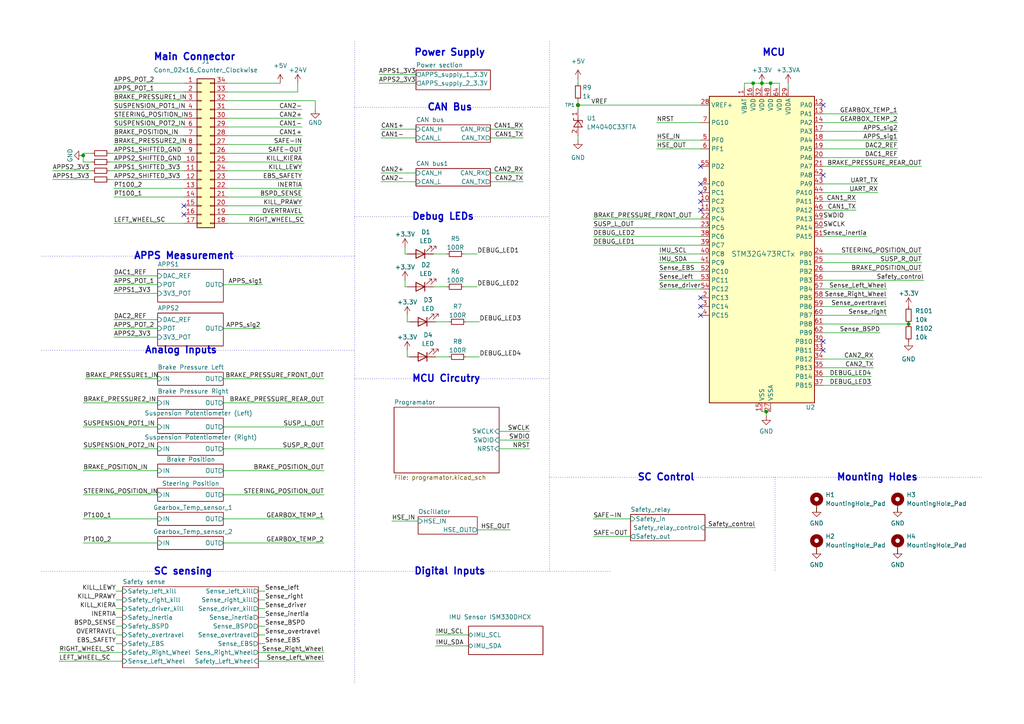
<source format=kicad_sch>
(kicad_sch (version 20231120) (generator "eeschema") (generator_version "8.0")
  (paper "A4")
  (title_block (title "Frontbox") (date "2023-03-11") (rev "${REVISION}") (company "Author: Adam Wasilewski") (comment 1 "Reviewer:"))
  (lib_symbols
    (symbol "Connector:TestPoint_Small" (pin_numbers hide) (pin_names (offset 0.762) hide)
      (property "Reference" "TP" (at 0 3.81 0))
      (property "Value" "TestPoint_Small" (at 0 2.032 0))
      (symbol "TestPoint_Small_0_1"
        (circle (center 0 0) (radius 0.508))
      )
      (symbol "TestPoint_Small_1_1"
        (pin passive line (at 0 0 90) (length 0) (name "1") (number "1"))
      )
    )
    (symbol "Connector_Generic:Conn_02x17_Counter_Clockwise" (pin_names (offset 1.016) hide)
      (property "Reference" "J" (at 1.27 22.86 0))
      (property "Value" "Conn_02x17_Counter_Clockwise" (at 1.27 -22.86 0))
      (symbol "Conn_02x17_Counter_Clockwise_1_1"
        (rectangle (start -1.27 -20.193) (end 0 -20.447) (stroke (width 0.1524)))
        (rectangle (start -1.27 -17.653) (end 0 -17.907) (stroke (width 0.1524)))
        (rectangle (start -1.27 -15.113) (end 0 -15.367) (stroke (width 0.1524)))
        (rectangle (start -1.27 -12.573) (end 0 -12.827) (stroke (width 0.1524)))
        (rectangle (start -1.27 -10.033) (end 0 -10.287) (stroke (width 0.1524)))
        (rectangle (start -1.27 -7.493) (end 0 -7.747) (stroke (width 0.1524)))
        (rectangle (start -1.27 -4.953) (end 0 -5.207) (stroke (width 0.1524)))
        (rectangle (start -1.27 -2.413) (end 0 -2.667) (stroke (width 0.1524)))
        (rectangle (start -1.27 0.127) (end 0 -0.127) (stroke (width 0.1524)))
        (rectangle (start -1.27 2.667) (end 0 2.413) (stroke (width 0.1524)))
        (rectangle (start -1.27 5.207) (end 0 4.953) (stroke (width 0.1524)))
        (rectangle (start -1.27 7.747) (end 0 7.493) (stroke (width 0.1524)))
        (rectangle (start -1.27 10.287) (end 0 10.033) (stroke (width 0.1524)))
        (rectangle (start -1.27 12.827) (end 0 12.573) (stroke (width 0.1524)))
        (rectangle (start -1.27 15.367) (end 0 15.113) (stroke (width 0.1524)))
        (rectangle (start -1.27 17.907) (end 0 17.653) (stroke (width 0.1524)))
        (rectangle (start -1.27 20.447) (end 0 20.193) (stroke (width 0.1524)))
        (rectangle (start -1.27 21.59) (end 3.81 -21.59) (stroke (width 0.254)) (fill (type background)))
        (rectangle (start 3.81 -20.193) (end 2.54 -20.447) (stroke (width 0.1524)))
        (rectangle (start 3.81 -17.653) (end 2.54 -17.907) (stroke (width 0.1524)))
        (rectangle (start 3.81 -15.113) (end 2.54 -15.367) (stroke (width 0.1524)))
        (rectangle (start 3.81 -12.573) (end 2.54 -12.827) (stroke (width 0.1524)))
        (rectangle (start 3.81 -10.033) (end 2.54 -10.287) (stroke (width 0.1524)))
        (rectangle (start 3.81 -7.493) (end 2.54 -7.747) (stroke (width 0.1524)))
        (rectangle (start 3.81 -4.953) (end 2.54 -5.207) (stroke (width 0.1524)))
        (rectangle (start 3.81 -2.413) (end 2.54 -2.667) (stroke (width 0.1524)))
        (rectangle (start 3.81 0.127) (end 2.54 -0.127) (stroke (width 0.1524)))
        (rectangle (start 3.81 2.667) (end 2.54 2.413) (stroke (width 0.1524)))
        (rectangle (start 3.81 5.207) (end 2.54 4.953) (stroke (width 0.1524)))
        (rectangle (start 3.81 7.747) (end 2.54 7.493) (stroke (width 0.1524)))
        (rectangle (start 3.81 10.287) (end 2.54 10.033) (stroke (width 0.1524)))
        (rectangle (start 3.81 12.827) (end 2.54 12.573) (stroke (width 0.1524)))
        (rectangle (start 3.81 15.367) (end 2.54 15.113) (stroke (width 0.1524)))
        (rectangle (start 3.81 17.907) (end 2.54 17.653) (stroke (width 0.1524)))
        (rectangle (start 3.81 20.447) (end 2.54 20.193) (stroke (width 0.1524)))
        (pin passive line (at -5.08 20.32 0) (length 3.81) (name "Pin_1") (number "1"))
        (pin passive line (at -5.08 -2.54 0) (length 3.81) (name "Pin_10") (number "10"))
        (pin passive line (at -5.08 -5.08 0) (length 3.81) (name "Pin_11") (number "11"))
        (pin passive line (at -5.08 -7.62 0) (length 3.81) (name "Pin_12") (number "12"))
        (pin passive line (at -5.08 -10.16 0) (length 3.81) (name "Pin_13") (number "13"))
        (pin passive line (at -5.08 -12.7 0) (length 3.81) (name "Pin_14") (number "14"))
        (pin passive line (at -5.08 -15.24 0) (length 3.81) (name "Pin_15") (number "15"))
        (pin passive line (at -5.08 -17.78 0) (length 3.81) (name "Pin_16") (number "16"))
        (pin passive line (at -5.08 -20.32 0) (length 3.81) (name "Pin_17") (number "17"))
        (pin passive line (at 7.62 -20.32 180) (length 3.81) (name "Pin_18") (number "18"))
        (pin passive line (at 7.62 -17.78 180) (length 3.81) (name "Pin_19") (number "19"))
        (pin passive line (at -5.08 17.78 0) (length 3.81) (name "Pin_2") (number "2"))
        (pin passive line (at 7.62 -15.24 180) (length 3.81) (name "Pin_20") (number "20"))
        (pin passive line (at 7.62 -12.7 180) (length 3.81) (name "Pin_21") (number "21"))
        (pin passive line (at 7.62 -10.16 180) (length 3.81) (name "Pin_22") (number "22"))
        (pin passive line (at 7.62 -7.62 180) (length 3.81) (name "Pin_23") (number "23"))
        (pin passive line (at 7.62 -5.08 180) (length 3.81) (name "Pin_24") (number "24"))
        (pin passive line (at 7.62 -2.54 180) (length 3.81) (name "Pin_25") (number "25"))
        (pin passive line (at 7.62 0 180) (length 3.81) (name "Pin_26") (number "26"))
        (pin passive line (at 7.62 2.54 180) (length 3.81) (name "Pin_27") (number "27"))
        (pin passive line (at 7.62 5.08 180) (length 3.81) (name "Pin_28") (number "28"))
        (pin passive line (at 7.62 7.62 180) (length 3.81) (name "Pin_29") (number "29"))
        (pin passive line (at -5.08 15.24 0) (length 3.81) (name "Pin_3") (number "3"))
        (pin passive line (at 7.62 10.16 180) (length 3.81) (name "Pin_30") (number "30"))
        (pin passive line (at 7.62 12.7 180) (length 3.81) (name "Pin_31") (number "31"))
        (pin passive line (at 7.62 15.24 180) (length 3.81) (name "Pin_32") (number "32"))
        (pin passive line (at 7.62 17.78 180) (length 3.81) (name "Pin_33") (number "33"))
        (pin passive line (at 7.62 20.32 180) (length 3.81) (name "Pin_34") (number "34"))
        (pin passive line (at -5.08 12.7 0) (length 3.81) (name "Pin_4") (number "4"))
        (pin passive line (at -5.08 10.16 0) (length 3.81) (name "Pin_5") (number "5"))
        (pin passive line (at -5.08 7.62 0) (length 3.81) (name "Pin_6") (number "6"))
        (pin passive line (at -5.08 5.08 0) (length 3.81) (name "Pin_7") (number "7"))
        (pin passive line (at -5.08 2.54 0) (length 3.81) (name "Pin_8") (number "8"))
        (pin passive line (at -5.08 0 0) (length 3.81) (name "Pin_9") (number "9"))
      )
    )
    (symbol "Device:LED" (pin_numbers hide) (pin_names (offset 1.016) hide)
      (property "Reference" "D" (at 0 2.54 0))
      (property "Value" "LED" (at 0 -2.54 0))
      (symbol "LED_0_1"
        (polyline (pts (xy -1.27 -1.27) (xy -1.27 1.27)) (stroke (width 0.254)))
        (polyline (pts (xy -1.27 0) (xy 1.27 0)))
        (polyline (pts (xy 1.27 -1.27) (xy 1.27 1.27) (xy -1.27 0) (xy 1.27 -1.27)) (stroke (width 0.254)))
        (polyline (pts (xy -3.048 -0.762) (xy -4.572 -2.286) (xy -3.81 -2.286) (xy -4.572 -2.286) (xy -4.572 -1.524)))
        (polyline (pts (xy -1.778 -0.762) (xy -3.302 -2.286) (xy -2.54 -2.286) (xy -3.302 -2.286) (xy -3.302 -1.524)))
      )
      (symbol "LED_1_1"
        (pin passive line (at -3.81 0 0) (length 2.54) (name "K") (number "1"))
        (pin passive line (at 3.81 0 180) (length 2.54) (name "A") (number "2"))
      )
    )
    (symbol "Device:R_Small" (pin_numbers hide) (pin_names (offset 0.254) hide)
      (property "Reference" "R" (at 0.762 0.508 0))
      (property "Value" "R_Small" (at 0.762 -1.016 0))
      (symbol "R_Small_0_1"
        (rectangle (start -0.762 1.778) (end 0.762 -1.778) (stroke (width 0.2032)))
      )
      (symbol "R_Small_1_1"
        (pin passive line (at 0 2.54 270) (length 0.762) (name "~") (number "1"))
        (pin passive line (at 0 -2.54 90) (length 0.762) (name "~") (number "2"))
      )
    )
    (symbol "LM4040:LM4040" (pin_names (offset 0.0254) hide)
      (property "Reference" "U" (at 1.27 -2.54 90))
      (property "Value" "LM4040C33FTA" (at -1.27 -2.54 90))
      (symbol "LM4040_0_1"
        (polyline (pts (xy -1.27 0) (xy 0 0) (xy 1.27 0)))
        (polyline (pts (xy -1.27 -1.27) (xy 0.635 0) (xy -1.27 1.27) (xy -1.27 -1.27)) (stroke (width 0.2032)))
        (polyline (pts (xy 0 -1.27) (xy 0.635 -1.27) (xy 0.635 1.27) (xy 1.27 1.27)) (stroke (width 0.2032)))
      )
      (symbol "LM4040_1_1"
        (pin passive line (at 3.81 0 180) (length 2.54) (name "K") (number "1"))
        (pin passive line (at -3.81 0 0) (length 2.54) (name "A") (number "2"))
        (pin no_connect line (at 0 3.81 270) (length 2.54) hide (name "NC") (number "3"))
      )
    )
    (symbol "MCU_ST_STM32G4:STM32G473RCTx"
      (property "Reference" "U" (at -15.24 46.99 0))
      (property "Value" "STM32G473RCTx" (at 10.16 46.99 0))
      (symbol "STM32G473RCTx_0_1"
        (rectangle (start -15.24 -43.18) (end 15.24 45.72) (stroke (width 0.254)) (fill (type background)))
      )
      (symbol "STM32G473RCTx_1_1"
        (pin power_in line (at -5.08 48.26 270) (length 2.54) (name "VBAT") (number "1"))
        (pin bidirectional line (at -17.78 15.24 0) (length 2.54) (name "PC2") (number "10"))
        (pin bidirectional line (at -17.78 12.7 0) (length 2.54) (name "PC3") (number "11"))
        (pin bidirectional line (at 17.78 43.18 180) (length 2.54) (name "PA0") (number "12"))
        (pin bidirectional line (at 17.78 40.64 180) (length 2.54) (name "PA1") (number "13"))
        (pin bidirectional line (at 17.78 38.1 180) (length 2.54) (name "PA2") (number "14"))
        (pin power_in line (at 0 -45.72 90) (length 2.54) (name "VSS") (number "15"))
        (pin power_in line (at -2.54 48.26 270) (length 2.54) (name "VDD") (number "16"))
        (pin bidirectional line (at 17.78 35.56 180) (length 2.54) (name "PA3") (number "17"))
        (pin bidirectional line (at 17.78 33.02 180) (length 2.54) (name "PA4") (number "18"))
        (pin bidirectional line (at 17.78 30.48 180) (length 2.54) (name "PA5") (number "19"))
        (pin bidirectional line (at -17.78 -12.7 0) (length 2.54) (name "PC13") (number "2"))
        (pin bidirectional line (at 17.78 27.94 180) (length 2.54) (name "PA6") (number "20"))
        (pin bidirectional line (at 17.78 25.4 180) (length 2.54) (name "PA7") (number "21"))
        (pin bidirectional line (at -17.78 10.16 0) (length 2.54) (name "PC4") (number "22"))
        (pin bidirectional line (at -17.78 7.62 0) (length 2.54) (name "PC5") (number "23"))
        (pin bidirectional line (at 17.78 0 180) (length 2.54) (name "PB0") (number "24"))
        (pin bidirectional line (at 17.78 -2.54 180) (length 2.54) (name "PB1") (number "25"))
        (pin bidirectional line (at 17.78 -5.08 180) (length 2.54) (name "PB2") (number "26"))
        (pin power_in line (at 2.54 -45.72 90) (length 2.54) (name "VSSA") (number "27"))
        (pin input line (at -17.78 43.18 0) (length 2.54) (name "VREF+") (number "28"))
        (pin power_in line (at 7.62 48.26 270) (length 2.54) (name "VDDA") (number "29"))
        (pin bidirectional line (at -17.78 -15.24 0) (length 2.54) (name "PC14") (number "3"))
        (pin bidirectional line (at 17.78 -25.4 180) (length 2.54) (name "PB10") (number "30"))
        (pin passive line (at 0 -45.72 90) (length 2.54) hide (name "VSS") (number "31"))
        (pin power_in line (at 0 48.26 270) (length 2.54) (name "VDD") (number "32"))
        (pin bidirectional line (at 17.78 -27.94 180) (length 2.54) (name "PB11") (number "33"))
        (pin bidirectional line (at 17.78 -30.48 180) (length 2.54) (name "PB12") (number "34"))
        (pin bidirectional line (at 17.78 -33.02 180) (length 2.54) (name "PB13") (number "35"))
        (pin bidirectional line (at 17.78 -35.56 180) (length 2.54) (name "PB14") (number "36"))
        (pin bidirectional line (at 17.78 -38.1 180) (length 2.54) (name "PB15") (number "37"))
        (pin bidirectional line (at -17.78 5.08 0) (length 2.54) (name "PC6") (number "38"))
        (pin bidirectional line (at -17.78 2.54 0) (length 2.54) (name "PC7") (number "39"))
        (pin bidirectional line (at -17.78 -17.78 0) (length 2.54) (name "PC15") (number "4"))
        (pin bidirectional line (at -17.78 0 0) (length 2.54) (name "PC8") (number "40"))
        (pin bidirectional line (at -17.78 -2.54 0) (length 2.54) (name "PC9") (number "41"))
        (pin bidirectional line (at 17.78 22.86 180) (length 2.54) (name "PA8") (number "42"))
        (pin bidirectional line (at 17.78 20.32 180) (length 2.54) (name "PA9") (number "43"))
        (pin bidirectional line (at 17.78 17.78 180) (length 2.54) (name "PA10") (number "44"))
        (pin bidirectional line (at 17.78 15.24 180) (length 2.54) (name "PA11") (number "45"))
        (pin bidirectional line (at 17.78 12.7 180) (length 2.54) (name "PA12") (number "46"))
        (pin passive line (at 0 -45.72 90) (length 2.54) hide (name "VSS") (number "47"))
        (pin power_in line (at 2.54 48.26 270) (length 2.54) (name "VDD") (number "48"))
        (pin bidirectional line (at 17.78 10.16 180) (length 2.54) (name "PA13") (number "49"))
        (pin bidirectional line (at -17.78 33.02 0) (length 2.54) (name "PF0") (number "5"))
        (pin bidirectional line (at 17.78 7.62 180) (length 2.54) (name "PA14") (number "50"))
        (pin bidirectional line (at 17.78 5.08 180) (length 2.54) (name "PA15") (number "51"))
        (pin bidirectional line (at -17.78 -5.08 0) (length 2.54) (name "PC10") (number "52"))
        (pin bidirectional line (at -17.78 -7.62 0) (length 2.54) (name "PC11") (number "53"))
        (pin bidirectional line (at -17.78 -10.16 0) (length 2.54) (name "PC12") (number "54"))
        (pin bidirectional line (at -17.78 25.4 0) (length 2.54) (name "PD2") (number "55"))
        (pin bidirectional line (at 17.78 -7.62 180) (length 2.54) (name "PB3") (number "56"))
        (pin bidirectional line (at 17.78 -10.16 180) (length 2.54) (name "PB4") (number "57"))
        (pin bidirectional line (at 17.78 -12.7 180) (length 2.54) (name "PB5") (number "58"))
        (pin bidirectional line (at 17.78 -15.24 180) (length 2.54) (name "PB6") (number "59"))
        (pin bidirectional line (at -17.78 30.48 0) (length 2.54) (name "PF1") (number "6"))
        (pin bidirectional line (at 17.78 -17.78 180) (length 2.54) (name "PB7") (number "60"))
        (pin bidirectional line (at 17.78 -20.32 180) (length 2.54) (name "PB8") (number "61"))
        (pin bidirectional line (at 17.78 -22.86 180) (length 2.54) (name "PB9") (number "62"))
        (pin passive line (at 0 -45.72 90) (length 2.54) hide (name "VSS") (number "63"))
        (pin power_in line (at 5.08 48.26 270) (length 2.54) (name "VDD") (number "64"))
        (pin bidirectional line (at -17.78 38.1 0) (length 2.54) (name "PG10") (number "7"))
        (pin bidirectional line (at -17.78 20.32 0) (length 2.54) (name "PC0") (number "8"))
        (pin bidirectional line (at -17.78 17.78 0) (length 2.54) (name "PC1") (number "9"))
      )
    )
    (symbol "Mechanical:MountingHole_Pad" (pin_numbers hide) (pin_names (offset 1.016) hide)
      (property "Reference" "H" (at 0 6.35 0))
      (property "Value" "MountingHole_Pad" (at 0 4.445 0))
      (symbol "MountingHole_Pad_0_1"
        (circle (center 0 1.27) (radius 1.27) (stroke (width 1.27)))
      )
      (symbol "MountingHole_Pad_1_1"
        (pin input line (at 0 -2.54 90) (length 2.54) (name "1") (number "1"))
      )
    )
    (symbol "power:+24V" (power) (pin_names (offset 0))
      (property "Value" "+24V" (at 0 3.556 0))
      (symbol "+24V_0_1"
        (polyline (pts (xy -0.762 1.27) (xy 0 2.54)))
        (polyline (pts (xy 0 0) (xy 0 2.54)))
        (polyline (pts (xy 0 2.54) (xy 0.762 1.27)))
      )
      (symbol "+24V_1_1"
        (pin power_in line (at 0 0 90) (length 0) hide (name "+24V") (number "1"))
      )
    )
    (symbol "power:+3.3V" (power) (pin_names (offset 0))
      (property "Value" "+3.3V" (at 0 3.556 0))
      (symbol "+3.3V_0_1"
        (polyline (pts (xy -0.762 1.27) (xy 0 2.54)))
        (polyline (pts (xy 0 0) (xy 0 2.54)))
        (polyline (pts (xy 0 2.54) (xy 0.762 1.27)))
      )
      (symbol "+3.3V_1_1"
        (pin power_in line (at 0 0 90) (length 0) hide (name "+3.3V") (number "1"))
      )
    )
    (symbol "power:+3.3VA" (power) (pin_names (offset 0))
      (property "Value" "+3.3VA" (at 0 3.556 0))
      (symbol "+3.3VA_0_1"
        (polyline (pts (xy -0.762 1.27) (xy 0 2.54)))
        (polyline (pts (xy 0 0) (xy 0 2.54)))
        (polyline (pts (xy 0 2.54) (xy 0.762 1.27)))
      )
      (symbol "+3.3VA_1_1"
        (pin power_in line (at 0 0 90) (length 0) hide (name "+3.3VA") (number "1"))
      )
    )
    (symbol "power:+5V" (power) (pin_names (offset 0))
      (property "Value" "+5V" (at 0 3.556 0))
      (symbol "+5V_0_1"
        (polyline (pts (xy -0.762 1.27) (xy 0 2.54)))
        (polyline (pts (xy 0 0) (xy 0 2.54)))
        (polyline (pts (xy 0 2.54) (xy 0.762 1.27)))
      )
      (symbol "+5V_1_1"
        (pin power_in line (at 0 0 90) (length 0) hide (name "+5V") (number "1"))
      )
    )
    (symbol "power:GND" (power) (pin_names (offset 0))
      (property "Value" "GND" (at 0 -3.81 0))
      (symbol "GND_0_1"
        (polyline (pts (xy 0 0) (xy 0 -1.27) (xy 1.27 -1.27) (xy 0 -2.54) (xy -1.27 -1.27) (xy 0 -1.27)))
      )
      (symbol "GND_1_1"
        (pin power_in line (at 0 0 270) (length 0) hide (name "GND") (number "1"))
      )
    )
  )
  (junction (at 223.52 24.13))
  (junction (at 222.25 119.38))
  (junction (at 263.525 93.98))
  (junction (at 167.64 30.48))
  (junction (at 218.44 24.13))
  (junction (at 24.13 45.085))
  (junction (at 220.98 24.13))
  (no_connect (at 203.2 53.34))
  (no_connect (at 238.76 101.6))
  (no_connect (at 203.2 86.36))
  (no_connect (at 203.2 55.88))
  (no_connect (at 203.2 91.44))
  (no_connect (at 203.2 88.9))
  (no_connect (at 203.2 48.26))
  (no_connect (at 238.76 30.48))
  (no_connect (at 203.2 60.96))
  (no_connect (at 203.2 58.42))
  (no_connect (at 238.76 99.06))
  (no_connect (at 238.76 50.8))
  (no_connect (at 53.34 62.23))
  (no_connect (at 53.34 59.69))
  (polyline (pts (xy 139.7 165.735) (xy 177.165 165.735)) (stroke (width 0) (type dot)))
  (wire (pts (xy 33.02 41.91) (xy 53.34 41.91)))
  (wire (pts (xy 238.76 35.56) (xy 260.35 35.56)))
  (wire (pts (xy 255.27 96.52) (xy 238.76 96.52)))
  (polyline (pts (xy 139.065 109.855) (xy 159.385 109.855)) (stroke (width 0) (type dot)))
  (wire (pts (xy 135.255 93.345) (xy 139.065 93.345)))
  (wire (pts (xy 64.77 123.825) (xy 93.98 123.825)))
  (wire (pts (xy 24.13 116.84) (xy 45.72 116.84)))
  (wire (pts (xy 33.02 39.37) (xy 53.34 39.37)))
  (wire (pts (xy 110.49 40.005) (xy 120.65 40.005)))
  (wire (pts (xy 66.04 41.91) (xy 87.63 41.91)))
  (polyline (pts (xy 159.385 12.065) (xy 159.385 109.855)) (stroke (width 0) (type dot)))
  (wire (pts (xy 24.13 46.99) (xy 24.13 45.085)))
  (wire (pts (xy 33.02 80.01) (xy 45.72 80.01)))
  (wire (pts (xy 215.9 24.13) (xy 218.44 24.13)))
  (wire (pts (xy 134.62 83.185) (xy 138.43 83.185)))
  (wire (pts (xy 204.47 153.035) (xy 219.075 153.035)))
  (wire (pts (xy 220.98 119.38) (xy 222.25 119.38)))
  (polyline (pts (xy 101.6 165.735) (xy 120.65 165.735)) (stroke (width 0) (type dot)))
  (polyline (pts (xy 67.31 74.295) (xy 102.87 74.295)) (stroke (width 0) (type dot)))
  (wire (pts (xy 66.04 34.29) (xy 87.63 34.29)))
  (wire (pts (xy 167.64 29.21) (xy 167.64 30.48)))
  (wire (pts (xy 33.655 171.45) (xy 35.56 171.45)))
  (wire (pts (xy 238.76 91.44) (xy 257.175 91.44)))
  (wire (pts (xy 125.73 83.185) (xy 129.54 83.185)))
  (polyline (pts (xy 102.87 74.295) (xy 102.87 198.12)) (stroke (width 0) (type dot)))
  (wire (pts (xy 191.135 83.82) (xy 203.2 83.82)))
  (wire (pts (xy 33.02 95.25) (xy 45.72 95.25)))
  (wire (pts (xy 31.75 44.45) (xy 53.34 44.45)))
  (wire (pts (xy 223.52 24.13) (xy 226.06 24.13)))
  (wire (pts (xy 15.24 52.07) (xy 26.67 52.07)))
  (wire (pts (xy 117.475 81.28) (xy 117.475 83.185)))
  (polyline (pts (xy 102.87 109.855) (xy 120.015 109.855)) (stroke (width 0) (type dot)))
  (wire (pts (xy 66.04 62.23) (xy 87.63 62.23)))
  (wire (pts (xy 66.04 57.15) (xy 87.63 57.15)))
  (wire (pts (xy 110.49 50.165) (xy 120.65 50.165)))
  (wire (pts (xy 33.02 82.55) (xy 45.72 82.55)))
  (wire (pts (xy 33.655 181.61) (xy 35.56 181.61)))
  (wire (pts (xy 66.04 46.99) (xy 87.63 46.99)))
  (wire (pts (xy 253.365 104.14) (xy 238.76 104.14)))
  (polyline (pts (xy 102.87 12.065) (xy 102.87 74.295)) (stroke (width 0) (type dot)))
  (wire (pts (xy 31.75 46.99) (xy 53.34 46.99)))
  (wire (pts (xy 238.76 78.74) (xy 267.335 78.74)))
  (wire (pts (xy 238.76 93.98) (xy 263.525 93.98)))
  (wire (pts (xy 118.11 91.44) (xy 118.11 93.345)))
  (wire (pts (xy 220.98 24.13) (xy 223.52 24.13)))
  (wire (pts (xy 110.49 37.465) (xy 120.65 37.465)))
  (wire (pts (xy 248.285 58.42) (xy 238.76 58.42)))
  (wire (pts (xy 33.02 24.13) (xy 53.34 24.13)))
  (wire (pts (xy 33.655 179.07) (xy 35.56 179.07)))
  (wire (pts (xy 238.76 40.64) (xy 260.35 40.64)))
  (wire (pts (xy 86.36 26.67) (xy 86.36 24.13)))
  (wire (pts (xy 134.62 73.66) (xy 138.43 73.66)))
  (wire (pts (xy 222.25 119.38) (xy 223.52 119.38)))
  (wire (pts (xy 66.04 24.13) (xy 81.28 24.13)))
  (wire (pts (xy 251.46 68.58) (xy 238.76 68.58)))
  (wire (pts (xy 215.9 25.4) (xy 215.9 24.13)))
  (wire (pts (xy 26.67 46.99) (xy 24.13 46.99)))
  (wire (pts (xy 172.085 63.5) (xy 203.2 63.5)))
  (wire (pts (xy 66.04 26.67) (xy 86.36 26.67)))
  (wire (pts (xy 144.78 127.635) (xy 153.67 127.635)))
  (wire (pts (xy 66.04 64.77) (xy 88.265 64.77)))
  (wire (pts (xy 66.04 36.83) (xy 87.63 36.83)))
  (wire (pts (xy 64.77 157.48) (xy 93.98 157.48)))
  (wire (pts (xy 238.76 81.28) (xy 267.97 81.28)))
  (wire (pts (xy 172.085 68.58) (xy 203.2 68.58)))
  (polyline (pts (xy 60.96 165.735) (xy 101.6 165.735)) (stroke (width 0) (type dot)))
  (wire (pts (xy 117.475 71.755) (xy 117.475 73.66)))
  (wire (pts (xy 151.765 50.165) (xy 142.24 50.165)))
  (wire (pts (xy 228.6 24.13) (xy 228.6 25.4)))
  (wire (pts (xy 33.02 31.75) (xy 53.34 31.75)))
  (wire (pts (xy 238.76 76.2) (xy 267.335 76.2)))
  (wire (pts (xy 66.04 44.45) (xy 87.63 44.45)))
  (wire (pts (xy 64.77 82.55) (xy 76.2 82.55)))
  (wire (pts (xy 24.13 157.48) (xy 45.72 157.48)))
  (wire (pts (xy 74.93 171.45) (xy 76.835 171.45)))
  (wire (pts (xy 91.44 29.21) (xy 91.44 31.75)))
  (wire (pts (xy 218.44 24.13) (xy 220.98 24.13)))
  (wire (pts (xy 223.52 24.13) (xy 223.52 25.4)))
  (wire (pts (xy 24.13 150.495) (xy 45.72 150.495)))
  (wire (pts (xy 191.135 81.28) (xy 203.2 81.28)))
  (polyline (pts (xy 264.795 138.43) (xy 285.115 138.43)) (stroke (width 0) (type dot)))
  (wire (pts (xy 236.855 147.32) (xy 236.855 148.59)))
  (polyline (pts (xy 224.79 138.43) (xy 224.79 165.735)) (stroke (width 0) (type dot)))
  (wire (pts (xy 24.13 123.825) (xy 45.72 123.825)))
  (wire (pts (xy 66.04 49.53) (xy 87.63 49.53)))
  (wire (pts (xy 33.655 173.99) (xy 35.56 173.99)))
  (polyline (pts (xy 12.065 165.735) (xy 45.72 165.735)) (stroke (width 0) (type dot)))
  (wire (pts (xy 257.175 83.82) (xy 238.76 83.82)))
  (wire (pts (xy 64.77 130.175) (xy 93.98 130.175)))
  (wire (pts (xy 33.02 29.21) (xy 53.34 29.21)))
  (wire (pts (xy 66.04 52.07) (xy 87.63 52.07)))
  (wire (pts (xy 238.76 38.1) (xy 260.35 38.1)))
  (polyline (pts (xy 135.89 31.115) (xy 159.385 31.115)) (stroke (width 0) (type dot)))
  (wire (pts (xy 260.35 33.02) (xy 238.76 33.02)))
  (wire (pts (xy 113.665 151.13) (xy 121.285 151.13)))
  (wire (pts (xy 66.04 54.61) (xy 87.63 54.61)))
  (wire (pts (xy 172.085 66.04) (xy 203.2 66.04)))
  (wire (pts (xy 110.49 52.705) (xy 120.65 52.705)))
  (wire (pts (xy 109.855 21.59) (xy 120.65 21.59)))
  (wire (pts (xy 238.76 48.26) (xy 267.335 48.26)))
  (wire (pts (xy 203.2 43.18) (xy 190.5 43.18)))
  (wire (pts (xy 66.04 39.37) (xy 87.63 39.37)))
  (wire (pts (xy 24.13 44.45) (xy 26.67 44.45)))
  (wire (pts (xy 33.02 97.79) (xy 45.72 97.79)))
  (wire (pts (xy 64.77 95.25) (xy 75.565 95.25)))
  (wire (pts (xy 203.2 40.64) (xy 190.5 40.64)))
  (wire (pts (xy 66.04 31.75) (xy 87.63 31.75)))
  (wire (pts (xy 33.02 54.61) (xy 53.34 54.61)))
  (wire (pts (xy 167.64 39.37) (xy 167.64 40.64)))
  (polyline (pts (xy 200.66 138.43) (xy 243.205 138.43)) (stroke (width 0) (type dot)))
  (wire (pts (xy 257.175 88.9) (xy 238.76 88.9)))
  (wire (pts (xy 226.06 24.13) (xy 226.06 25.4)))
  (wire (pts (xy 93.98 189.23) (xy 74.93 189.23)))
  (wire (pts (xy 33.02 85.09) (xy 45.72 85.09)))
  (wire (pts (xy 126.365 103.505) (xy 130.175 103.505)))
  (wire (pts (xy 74.93 176.53) (xy 76.835 176.53)))
  (wire (pts (xy 126.365 184.15) (xy 135.89 184.15)))
  (wire (pts (xy 238.76 109.22) (xy 252.73 109.22)))
  (wire (pts (xy 167.64 30.48) (xy 203.2 30.48)))
  (wire (pts (xy 118.11 83.185) (xy 117.475 83.185)))
  (wire (pts (xy 142.24 52.705) (xy 151.765 52.705)))
  (wire (pts (xy 138.43 153.67) (xy 147.955 153.67)))
  (wire (pts (xy 74.93 184.15) (xy 76.835 184.15)))
  (wire (pts (xy 125.73 73.66) (xy 129.54 73.66)))
  (wire (pts (xy 167.64 31.75) (xy 167.64 30.48)))
  (wire (pts (xy 74.93 181.61) (xy 76.835 181.61)))
  (wire (pts (xy 74.93 186.69) (xy 76.835 186.69)))
  (wire (pts (xy 118.11 73.66) (xy 117.475 73.66)))
  (polyline (pts (xy 102.87 31.115) (xy 124.46 31.115)) (stroke (width 0) (type dot)))
  (wire (pts (xy 118.745 103.505) (xy 118.11 103.505)))
  (wire (pts (xy 33.02 57.15) (xy 53.34 57.15)))
  (wire (pts (xy 238.76 111.76) (xy 252.73 111.76)))
  (wire (pts (xy 191.135 73.66) (xy 203.2 73.66)))
  (wire (pts (xy 66.04 29.21) (xy 91.44 29.21)))
  (wire (pts (xy 238.76 60.96) (xy 248.285 60.96)))
  (wire (pts (xy 222.25 119.38) (xy 222.25 120.65)))
  (wire (pts (xy 238.76 43.18) (xy 260.35 43.18)))
  (wire (pts (xy 33.02 34.29) (xy 53.34 34.29)))
  (wire (pts (xy 24.13 143.51) (xy 45.72 143.51)))
  (wire (pts (xy 17.145 191.77) (xy 35.56 191.77)))
  (wire (pts (xy 15.24 49.53) (xy 26.67 49.53)))
  (polyline (pts (xy 12.065 101.6) (xy 42.545 101.6)) (stroke (width 0) (type dot)))
  (wire (pts (xy 74.93 173.99) (xy 76.835 173.99)))
  (wire (pts (xy 64.77 150.495) (xy 93.98 150.495)))
  (wire (pts (xy 267.335 73.66) (xy 238.76 73.66)))
  (wire (pts (xy 144.78 130.175) (xy 153.67 130.175)))
  (wire (pts (xy 238.76 55.88) (xy 254.635 55.88)))
  (wire (pts (xy 220.98 24.13) (xy 220.98 25.4)))
  (wire (pts (xy 24.13 130.175) (xy 45.72 130.175)))
  (wire (pts (xy 64.77 109.855) (xy 93.98 109.855)))
  (polyline (pts (xy 62.23 101.6) (xy 102.87 101.6)) (stroke (width 0) (type dot)))
  (wire (pts (xy 33.02 92.71) (xy 45.72 92.71)))
  (wire (pts (xy 135.255 103.505) (xy 139.065 103.505)))
  (wire (pts (xy 31.75 49.53) (xy 53.34 49.53)))
  (polyline (pts (xy 159.385 138.43) (xy 186.055 138.43)) (stroke (width 0) (type dot)))
  (wire (pts (xy 33.655 176.53) (xy 35.56 176.53)))
  (wire (pts (xy 31.75 52.07) (xy 53.34 52.07)))
  (wire (pts (xy 33.02 64.77) (xy 53.34 64.77)))
  (wire (pts (xy 126.365 187.325) (xy 135.89 187.325)))
  (wire (pts (xy 74.93 179.07) (xy 76.835 179.07)))
  (polyline (pts (xy 137.16 62.865) (xy 159.385 62.865)) (stroke (width 0) (type dot)))
  (wire (pts (xy 66.04 59.69) (xy 87.63 59.69)))
  (wire (pts (xy 203.2 35.56) (xy 190.5 35.56)))
  (wire (pts (xy 191.135 78.74) (xy 203.2 78.74)))
  (wire (pts (xy 191.135 76.2) (xy 203.2 76.2)))
  (wire (pts (xy 260.35 147.32) (xy 260.35 148.59)))
  (wire (pts (xy 118.11 101.6) (xy 118.11 103.505)))
  (wire (pts (xy 64.77 136.525) (xy 93.98 136.525)))
  (wire (pts (xy 142.24 37.465) (xy 151.765 37.465)))
  (wire (pts (xy 33.655 186.69) (xy 35.56 186.69)))
  (wire (pts (xy 172.085 155.575) (xy 182.88 155.575)))
  (wire (pts (xy 64.77 116.84) (xy 93.98 116.84)))
  (wire (pts (xy 260.35 159.385) (xy 260.35 160.655)))
  (wire (pts (xy 172.085 71.12) (xy 203.2 71.12)))
  (wire (pts (xy 74.93 191.77) (xy 93.98 191.77)))
  (wire (pts (xy 33.655 184.15) (xy 35.56 184.15)))
  (wire (pts (xy 236.855 159.385) (xy 236.855 160.655)))
  (wire (pts (xy 24.13 136.525) (xy 45.72 136.525)))
  (wire (pts (xy 24.765 109.855) (xy 45.72 109.855)))
  (wire (pts (xy 253.365 106.68) (xy 238.76 106.68)))
  (wire (pts (xy 167.64 22.86) (xy 167.64 24.13)))
  (wire (pts (xy 151.765 40.005) (xy 142.24 40.005)))
  (wire (pts (xy 64.77 143.51) (xy 93.98 143.51)))
  (wire (pts (xy 126.365 93.345) (xy 130.175 93.345)))
  (wire (pts (xy 172.085 150.495) (xy 182.88 150.495)))
  (wire (pts (xy 144.78 125.095) (xy 153.67 125.095)))
  (wire (pts (xy 218.44 24.13) (xy 218.44 25.4)))
  (wire (pts (xy 238.76 86.36) (xy 257.175 86.36)))
  (polyline (pts (xy 12.065 74.295) (xy 39.37 74.295)) (stroke (width 0) (type dot)))
  (wire (pts (xy 238.76 45.72) (xy 260.35 45.72)))
  (wire (pts (xy 109.855 24.13) (xy 120.65 24.13)))
  (wire (pts (xy 33.02 26.67) (xy 53.34 26.67)))
  (wire (pts (xy 254.635 53.34) (xy 238.76 53.34)))
  (wire (pts (xy 33.02 36.83) (xy 53.34 36.83)))
  (wire (pts (xy 118.745 93.345) (xy 118.11 93.345)))
  (wire (pts (xy 17.145 189.23) (xy 35.56 189.23)))
  (polyline (pts (xy 159.385 109.855) (xy 159.385 165.735)) (stroke (width 0) (type dot)))
  (wire (pts (xy 24.13 45.085) (xy 24.13 44.45)))
  (polyline (pts (xy 102.87 62.865) (xy 120.015 62.865)) (stroke (width 0) (type dot)))
  (text "SC sensing\n" (at 44.45 167.005 0) (effects (font (size 2 2) (thickness 0.4) (bold yes)) (justify left bottom)))
  (text "Dodać programator stlink v3 mini\n" (at 298.45 9.525 0) (effects (font (size 3 3)) (justify left bottom)))
  (text "MCU Circutry\n\n" (at 119.38 114.3 0) (effects (font (size 2 2) (thickness 0.4) (bold yes)) (justify left bottom)))
  (text "CAN Bus\n" (at 123.825 32.385 0) (effects (font (size 2 2) (thickness 0.4) (bold yes)) (justify left bottom)))
  (text "Debug LEDs\n\n" (at 119.38 67.31 0) (effects (font (size 2 2) (thickness 0.4) (bold yes)) (justify left bottom)))
  (text "Digital Inputs\n\n" (at 120.015 170.18 0) (effects (font (size 2 2) (thickness 0.4) (bold yes)) (justify left bottom)))
  (text "Analog Inputs\n\n" (at 41.91 106.045 0) (effects (font (size 2 2) (thickness 0.4) (bold yes)) (justify left bottom)))
  (text "Main Connector\n" (at 44.45 17.78 0) (effects (font (size 2 2) (thickness 0.4) (bold yes)) (justify left bottom)))
  (text "MCU" (at 220.98 16.51 0) (effects (font (size 2 2) (thickness 0.4) (bold yes)) (justify left bottom)))
  (text "Dodać dodatkowe pomiary temperatury przekładni" (at 298.45 4.445 0) (effects (font (size 3 3)) (justify left bottom)))
  (text "SC Control\n" (at 184.785 139.7 0) (effects (font (size 2 2) (thickness 0.4) (bold yes)) (justify left bottom)))
  (text "APPS Measurement\n\n\n" (at 38.735 81.915 0) (effects (font (size 2 2) (thickness 0.4) (bold yes)) (justify left bottom)))
  (text "Power Supply\n" (at 120.015 16.51 0) (effects (font (size 2 2) (thickness 0.4) (bold yes)) (justify left bottom)))
  (text "Mounting Holes\n" (at 242.57 139.7 0) (effects (font (size 2 2) (thickness 0.4) (bold yes)) (justify left bottom)))
  (label "DAC2_REF" (at 33.02 92.71 0))
  (label "PT100_1" (at 24.13 150.495 0))
  (label "SAFE-OUT" (at 87.63 44.45 180))
  (label "Sense_right" (at 257.175 91.44 180))
  (label "SUSP_R_OUT" (at 267.335 76.2 180))
  (label "EBS_SAFETY" (at 33.655 186.69 180))
  (label "APPS1_3V3" (at 109.855 21.59 0))
  (label "CAN1-" (at 110.49 40.005 0))
  (label "RIGHT_WHEEL_SC" (at 17.145 189.23 0))
  (label "KILL_KIERA" (at 33.655 176.53 180))
  (label "Sense_Left_Wheel" (at 93.98 191.77 180))
  (label "BRAKE_PRESSURE1_IN" (at 24.765 109.855 0))
  (label "KILL_LEWY" (at 33.655 171.45 180))
  (label "GEARBOX_TEMP_2" (at 260.35 35.56 180))
  (label "Sense_BSPD" (at 76.835 181.61 0))
  (label "SUSPENSION_POT1_IN" (at 33.02 31.75 0))
  (label "CAN2_TX" (at 253.365 106.68 180))
  (label "BRAKE_POSITION_IN" (at 24.13 136.525 0))
  (label "INERTIA" (at 33.655 179.07 180))
  (label "Sense_left" (at 191.135 81.28 0))
  (label "BRAKE_POSITION_OUT" (at 267.335 78.74 180))
  (label "IMU_SDA" (at 191.135 76.2 0))
  (label "KILL_PRAWY" (at 87.63 59.69 180))
  (label "APPS_sig1" (at 260.35 40.64 180))
  (label "CAN2_RX" (at 253.365 104.14 180))
  (label "LEFT_WHEEL_SC" (at 17.145 191.77 0))
  (label "APPS_sig2" (at 75.565 95.25 180))
  (label "APPS_POT_1" (at 33.02 26.67 0))
  (label "BRAKE_PRESSURE_FRONT_OUT" (at 172.085 63.5 0))
  (label "DAC1_REF" (at 260.35 45.72 180))
  (label "SWDIO" (at 238.76 63.5 0))
  (label "STEERING_POSITION_IN" (at 24.13 143.51 0))
  (label "Sense_overtravel" (at 76.835 184.15 0))
  (label "LEFT_WHEEL_SC" (at 33.02 64.77 0))
  (label "SUSP_R_OUT" (at 93.98 130.175 180))
  (label "CAN1_TX" (at 248.285 60.96 180))
  (label "INERTIA" (at 87.63 54.61 180))
  (label "Sense_Right_Wheel" (at 93.98 189.23 180))
  (label "OVERTRAVEL" (at 33.655 184.15 180))
  (label "APPS_POT_2" (at 33.02 95.25 0))
  (label "DEBUG_LED1" (at 172.085 71.12 0))
  (label "APPS2_3V3" (at 15.24 49.53 0))
  (label "APPS1_SHIFTED_GND" (at 33.02 44.45 0))
  (label "Sense_Right_Wheel" (at 257.175 86.36 180))
  (label "APPS_sig2" (at 260.35 38.1 180))
  (label "GEARBOX_TEMP_2" (at 93.98 157.48 180))
  (label "DEBUG_LED4" (at 252.73 109.22 180))
  (label "CAN1-" (at 87.63 36.83 180))
  (label "SAFE-IN" (at 172.085 150.495 0))
  (label "Sense_EBS" (at 76.835 186.69 0))
  (label "STEERING_POSITION_OUT" (at 267.335 73.66 180))
  (label "CAN1_RX" (at 151.765 37.465 180))
  (label "Sense_overtravel" (at 257.175 88.9 180))
  (label "Safety_control" (at 219.075 153.035 180))
  (label "SUSP_L_OUT" (at 172.085 66.04 0))
  (label "DEBUG_LED2" (at 138.43 83.185 0))
  (label "BRAKE_POSITION_OUT" (at 93.98 136.525 180))
  (label "SWCLK" (at 238.76 66.04 0))
  (label "UART_RX" (at 254.635 55.88 180))
  (label "CAN2+" (at 110.49 50.165 0))
  (label "EBS_SAFETY" (at 87.63 52.07 180))
  (label "Sense_right" (at 76.835 173.99 0))
  (label "APPS_POT_2" (at 33.02 24.13 0))
  (label "CAN1_RX" (at 248.285 58.42 180))
  (label "CAN2_RX" (at 151.765 50.165 180))
  (label "NRST" (at 190.5 35.56 0))
  (label "SUSPENSION_POT2_IN" (at 33.02 36.83 0))
  (label "APPS2_3V3" (at 109.855 24.13 0))
  (label "BSPD_SENSE" (at 33.655 181.61 180))
  (label "HSE_IN" (at 113.665 151.13 0))
  (label "KILL_KIERA" (at 87.63 46.99 180))
  (label "IMU_SDA" (at 126.365 187.325 0))
  (label "Sense_left" (at 76.835 171.45 0))
  (label "BRAKE_PRESSURE2_IN" (at 24.13 116.84 0))
  (label "CAN2+" (at 87.63 34.29 180))
  (label "HSE_OUT" (at 147.955 153.67 180))
  (label "APPS2_SHIFTED_3V3" (at 33.02 52.07 0))
  (label "APPS_POT_1" (at 33.02 82.55 0))
  (label "BRAKE_PRESSURE_REAR_OUT" (at 93.98 116.84 180))
  (label "CAN2-" (at 87.63 31.75 180))
  (label "DAC2_REF" (at 260.35 43.18 180))
  (label "CAN2_TX" (at 151.765 52.705 180))
  (label "APPS1_3V3" (at 33.02 85.09 0))
  (label "BRAKE_PRESSURE1_IN" (at 33.02 29.21 0))
  (label "Sense_Left_Wheel" (at 257.175 83.82 180))
  (label "DEBUG_LED2" (at 172.085 68.58 0))
  (label "IMU_SCL" (at 191.135 73.66 0))
  (label "Sense_BSPD" (at 255.27 96.52 180))
  (label "HSE_OUT" (at 190.5 43.18 0))
  (label "CAN2-" (at 110.49 52.705 0))
  (label "BRAKE_POSITION_IN" (at 33.02 39.37 0))
  (label "BRAKE_PRESSURE_REAR_OUT" (at 267.335 48.26 180))
  (label "SUSPENSION_POT1_IN" (at 24.13 123.825 0))
  (label "PT100_2" (at 24.13 157.48 0))
  (label "CAN1+" (at 87.63 39.37 180))
  (label "APPS1_3V3" (at 15.24 52.07 0))
  (label "NRST" (at 153.67 130.175 180))
  (label "APPS1_SHIFTED_3V3" (at 33.02 49.53 0))
  (label "GEARBOX_TEMP_1" (at 260.35 33.02 180))
  (label "Sense_driver" (at 76.835 176.53 0))
  (label "Sense_EBS" (at 191.135 78.74 0))
  (label "BRAKE_PRESSURE_FRONT_OUT" (at 93.98 109.855 180))
  (label "APPS2_SHIFTED_GND" (at 33.02 46.99 0))
  (label "UART_TX" (at 254.635 53.34 180))
  (label "PT100_2" (at 33.02 54.61 0))
  (label "CAN1_TX" (at 151.765 40.005 180))
  (label "GEARBOX_TEMP_1" (at 93.98 150.495 180))
  (label "KILL_LEWY" (at 87.63 49.53 180))
  (label "RIGHT_WHEEL_SC" (at 88.265 64.77 180))
  (label "CAN1+" (at 110.49 37.465 0))
  (label "DAC1_REF" (at 33.02 80.01 0))
  (label "DEBUG_LED3" (at 252.73 111.76 180))
  (label "Sense_inertia" (at 251.46 68.58 180))
  (label "SAFE-OUT" (at 172.085 155.575 0))
  (label "Sense_inertia" (at 76.835 179.07 0))
  (label "APPS2_3V3" (at 33.02 97.79 0))
  (label "APPS_sig1" (at 76.2 82.55 180))
  (label "IMU_SCL" (at 126.365 184.15 0))
  (label "SUSPENSION_POT2_IN" (at 24.13 130.175 0))
  (label "BSPD_SENSE" (at 87.63 57.15 180))
  (label "DEBUG_LED1" (at 138.43 73.66 0))
  (label "OVERTRAVEL" (at 87.63 62.23 180))
  (label "Sense_driver" (at 191.135 83.82 0))
  (label "STEERING_POSITION_OUT" (at 93.98 143.51 180))
  (label "PT100_1" (at 33.02 57.15 0))
  (label "BRAKE_PRESSURE2_IN" (at 33.02 41.91 0))
  (label "SAFE-IN" (at 87.63 41.91 180))
  (label "SUSP_L_OUT" (at 93.98 123.825 180))
  (label "DEBUG_LED3" (at 139.065 93.345 0))
  (label "HSE_IN" (at 190.5 40.64 0))
  (label "VREF" (at 171.45 30.48 0))
  (label "SWCLK" (at 153.67 125.095 180))
  (label "SWDIO" (at 153.67 127.635 180))
  (label "DEBUG_LED4" (at 139.065 103.505 0))
  (label "KILL_PRAWY" (at 33.655 173.99 180))
  (label "STEERING_POSITION_IN" (at 33.02 34.29 0))
  (label "Safety_control" (at 267.97 81.28 180))
  (symbol (lib_id "Device:R_Small") (at 167.64 26.67 0) (mirror y) (unit 1)
    (property "Reference" "R9" (at 168.91 25.4 0) (effects (justify right)))
    (property "Value" "1k" (at 168.91 27.94 0) (effects (justify right)))
    (property "Footprint" "Resistor_SMD:R_0603_1608Metric" (effects (hide yes)))
  )
  (symbol (lib_id "power:GND") (at 167.64 40.64 0) (unit 1)
    (property "Reference" "#PWR012" (effects (hide yes)))
    (property "Value" "GND" (at 167.64 45.72 0))
  )
  (symbol (lib_id "power:+3.3V") (at 117.475 81.28 0) (unit 1)
    (property "Reference" "#PWR06" (effects (hide yes)))
    (property "Value" "+3.3V" (at 117.475 77.47 0))
  )
  (symbol (lib_id "power:+3.3V") (at 117.475 71.755 0) (unit 1)
    (property "Reference" "#PWR05" (effects (hide yes)))
    (property "Value" "+3.3V" (at 117.475 67.945 0))
  )
  (symbol (lib_id "power:GND") (at 236.855 147.32 0) (unit 1)
    (property "Reference" "#PWR016" (effects (hide yes)))
    (property "Value" "GND" (at 236.855 151.765 0))
  )
  (symbol (lib_id "Device:R_Small") (at 29.21 52.07 90) (unit 1)
    (property "Reference" "R4" (effects (hide yes)))
    (property "Value" "220R" (effects (hide yes)))
    (property "Footprint" "Resistor_SMD:R_0603_1608Metric_Pad0.98x0.95mm_HandSolder" (effects (hide yes)))
  )
  (symbol (lib_id "power:GND") (at 222.25 120.65 0) (unit 1)
    (property "Reference" "#PWR014" (effects (hide yes)))
    (property "Value" "GND" (at 222.25 125.095 0))
  )
  (symbol (lib_id "LM4040:LM4040") (at 167.64 35.56 90) (unit 1)
    (property "Reference" "U1" (at 170.18 34.29 90) (effects (justify right)))
    (property "Value" "LM4040C33FTA" (at 170.18 36.83 90) (effects (justify right)))
    (property "Footprint" "Package_TO_SOT_SMD:SOT-23" (effects (hide yes)))
    (property "Datasheet" "http://www.ti.com/lit/ds/symlink/lm4040-n.pdf" (effects (hide yes)))
  )
  (symbol (lib_id "power:GND") (at 263.525 99.06 0) (unit 1)
    (property "Reference" "#PWR0199" (effects (hide yes)))
    (property "Value" "GND" (at 263.525 104.14 0))
  )
  (symbol (lib_id "power:+3.3V") (at 220.98 24.13 0) (unit 1)
    (property "Reference" "#PWR013" (effects (hide yes)))
    (property "Value" "+3.3V" (at 220.98 20.32 0))
  )
  (symbol (lib_id "Mechanical:MountingHole_Pad") (at 236.855 158.115 0) (unit 1)
    (property "Reference" "H2" (at 239.395 155.575 0) (effects (justify left)))
    (property "Value" "MountingHole_Pad" (at 239.395 158.115 0) (effects (justify left)))
    (property "Footprint" "MountingHole:MountingHole_3.2mm_M3_Pad_Via" (effects (hide yes)))
  )
  (symbol (lib_id "MCU_ST_STM32G4:STM32G473RCTx") (at 220.98 73.66 0) (unit 1)
    (property "Reference" "U2" (at 233.68 118.11 0) (effects (justify left)))
    (property "Value" "STM32G473RCTx" (at 212.09 73.66 0) (effects (font (size 1.5 1.5)) (justify left)))
    (property "Footprint" "Package_QFP:LQFP-64_10x10mm_P0.5mm" (effects (hide yes)))
    (property "Datasheet" "https://www.st.com/resource/en/datasheet/stm32g473rc.pdf" (effects (hide yes)))
  )
  (symbol (lib_id "Device:LED") (at 121.92 73.66 180) (unit 1)
    (property "Reference" "D1" (at 123.5075 67.31 0))
    (property "Value" "LED" (at 123.5075 69.85 0))
    (property "Footprint" "LED_SMD:LED_0603_1608Metric_Pad1.05x0.95mm_HandSolder" (effects (hide yes)))
    (property "Datasheet" "https://www.mouser.pl/ProductDetail/Wurth-Elektronik/150060AS75000?qs=sGAEpiMZZMvyj6n1w4pZDz9nvxQ%2FaIylZD%2FH%2F%252BnGuWT1TpDIi0D2Jw%3D%3D" (effects (hide yes)))
  )
  (symbol (lib_id "Device:R_Small") (at 132.08 83.185 90) (unit 1)
    (property "Reference" "R6" (at 132.08 78.74 90))
    (property "Value" "100R" (at 132.08 81.28 90))
    (property "Footprint" "Resistor_SMD:R_0603_1608Metric_Pad0.98x0.95mm_HandSolder" (effects (hide yes)))
  )
  (symbol (lib_id "power:GND") (at 260.35 147.32 0) (unit 1)
    (property "Reference" "#PWR018" (effects (hide yes)))
    (property "Value" "GND" (at 260.35 151.765 0))
  )
  (symbol (lib_id "Device:R_Small") (at 263.525 96.52 0) (unit 1)
    (property "Reference" "R102" (at 265.43 95.25 0) (effects (justify left)))
    (property "Value" "10k" (at 265.43 97.79 0) (effects (justify left)))
    (property "Footprint" "Resistor_SMD:R_0603_1608Metric" (effects (hide yes)))
  )
  (symbol (lib_id "Device:R_Small") (at 263.525 91.44 0) (unit 1)
    (property "Reference" "R101" (at 265.43 90.17 0) (effects (justify left)))
    (property "Value" "10k" (at 265.43 92.71 0) (effects (justify left)))
    (property "Footprint" "Resistor_SMD:R_0603_1608Metric" (effects (hide yes)))
  )
  (symbol (lib_id "power:GND") (at 236.855 159.385 0) (unit 1)
    (property "Reference" "#PWR017" (effects (hide yes)))
    (property "Value" "GND" (at 236.855 163.83 0))
  )
  (symbol (lib_id "power:GND") (at 91.44 31.75 0) (unit 1)
    (property "Reference" "#PWR04" (effects (hide yes)))
    (property "Value" "GND" (at 91.44 35.56 0))
  )
  (symbol (lib_id "power:+24V") (at 86.36 24.13 0) (unit 1)
    (property "Reference" "#PWR03" (effects (hide yes)))
    (property "Value" "+24V" (at 86.36 20.32 0))
  )
  (symbol (lib_id "power:GND") (at 260.35 159.385 0) (unit 1)
    (property "Reference" "#PWR019" (effects (hide yes)))
    (property "Value" "GND" (at 260.35 163.83 0))
  )
  (symbol (lib_id "Device:LED") (at 122.555 103.505 180) (unit 1)
    (property "Reference" "D4" (at 124.1425 97.155 0))
    (property "Value" "LED" (at 124.1425 99.695 0))
    (property "Footprint" "LED_SMD:LED_0603_1608Metric_Pad1.05x0.95mm_HandSolder" (effects (hide yes)))
    (property "Datasheet" "https://www.mouser.pl/ProductDetail/Wurth-Elektronik/150060AS75000?qs=sGAEpiMZZMvyj6n1w4pZDz9nvxQ%2FaIylZD%2FH%2F%252BnGuWT1TpDIi0D2Jw%3D%3D" (effects (hide yes)))
  )
  (symbol (lib_id "Connector:TestPoint_Small") (at 167.64 30.48 0) (unit 1)
    (property "Reference" "TP1" (at 163.83 30.48 0) (effects (font (size 1 1)) (justify left)))
    (property "Value" "TestPoint_Small" (effects (hide yes)))
    (property "Footprint" "TestPoint:TestPoint_Pad_D1.0mm" (effects (hide yes)))
  )
  (symbol (lib_id "power:GND") (at 24.13 45.085 270) (mirror x) (unit 1)
    (property "Reference" "#PWR01" (effects (hide yes)))
    (property "Value" "GND" (at 20.32 45.085 0))
  )
  (symbol (lib_id "Connector_Generic:Conn_02x17_Counter_Clockwise") (at 58.42 44.45 0) (unit 1)
    (property "Reference" "J1" (at 59.69 17.78 0))
    (property "Value" "Conn_02x16_Counter_Clockwise" (at 59.69 20.32 0))
    (property "Footprint" "Connector_IDC:IDC-Header_2x17-1MP_P2.54mm_Latch6.5mm_Vertical" (effects (hide yes)))
  )
  (symbol (lib_id "Mechanical:MountingHole_Pad") (at 260.35 146.05 0) (unit 1)
    (property "Reference" "H3" (at 262.89 143.51 0) (effects (justify left)))
    (property "Value" "MountingHole_Pad" (at 262.89 146.05 0) (effects (justify left)))
    (property "Footprint" "MountingHole:MountingHole_3.2mm_M3_Pad_Via" (effects (hide yes)))
  )
  (symbol (lib_id "power:+5V") (at 81.28 24.13 0) (unit 1)
    (property "Reference" "#PWR02" (effects (hide yes)))
    (property "Value" "+5V" (at 81.28 19.05 0))
  )
  (symbol (lib_id "Mechanical:MountingHole_Pad") (at 260.35 158.115 0) (unit 1)
    (property "Reference" "H4" (at 262.89 155.575 0) (effects (justify left)))
    (property "Value" "MountingHole_Pad" (at 262.89 158.115 0) (effects (justify left)))
    (property "Footprint" "MountingHole:MountingHole_3.2mm_M3_Pad_Via" (effects (hide yes)))
  )
  (symbol (lib_id "Mechanical:MountingHole_Pad") (at 236.855 146.05 0) (unit 1)
    (property "Reference" "H1" (at 239.395 143.51 0) (effects (justify left)))
    (property "Value" "MountingHole_Pad" (at 239.395 146.05 0) (effects (justify left)))
    (property "Footprint" "MountingHole:MountingHole_3.2mm_M3_Pad_Via" (effects (hide yes)))
  )
  (symbol (lib_id "Device:LED") (at 122.555 93.345 180) (unit 1)
    (property "Reference" "D3" (at 124.1425 86.995 0))
    (property "Value" "LED" (at 124.1425 89.535 0))
    (property "Footprint" "LED_SMD:LED_0603_1608Metric_Pad1.05x0.95mm_HandSolder" (effects (hide yes)))
    (property "Datasheet" "https://www.mouser.pl/ProductDetail/Wurth-Elektronik/150060AS75000?qs=sGAEpiMZZMvyj6n1w4pZDz9nvxQ%2FaIylZD%2FH%2F%252BnGuWT1TpDIi0D2Jw%3D%3D" (effects (hide yes)))
  )
  (symbol (lib_id "Device:LED") (at 121.92 83.185 180) (unit 1)
    (property "Reference" "D2" (at 123.5075 76.835 0))
    (property "Value" "LED" (at 123.5075 79.375 0))
    (property "Footprint" "LED_SMD:LED_0603_1608Metric_Pad1.05x0.95mm_HandSolder" (effects (hide yes)))
    (property "Datasheet" "https://www.mouser.pl/ProductDetail/Wurth-Elektronik/150060AS75000?qs=sGAEpiMZZMvyj6n1w4pZDz9nvxQ%2FaIylZD%2FH%2F%252BnGuWT1TpDIi0D2Jw%3D%3D" (effects (hide yes)))
  )
  (symbol (lib_id "power:+3.3V") (at 118.11 101.6 0) (unit 1)
    (property "Reference" "#PWR08" (effects (hide yes)))
    (property "Value" "+3.3V" (at 118.11 97.79 0))
  )
  (symbol (lib_id "power:+3.3V") (at 263.525 88.9 0) (unit 1)
    (property "Reference" "#PWR0198" (effects (hide yes)))
    (property "Value" "+3.3V" (at 263.525 85.09 0))
  )
  (symbol (lib_id "Device:R_Small") (at 29.21 44.45 90) (mirror x) (unit 1)
    (property "Reference" "R1" (effects (hide yes)))
    (property "Value" "220R" (effects (hide yes)))
    (property "Footprint" "Resistor_SMD:R_0603_1608Metric_Pad0.98x0.95mm_HandSolder" (effects (hide yes)))
  )
  (symbol (lib_id "power:+3.3V") (at 118.11 91.44 0) (unit 1)
    (property "Reference" "#PWR07" (effects (hide yes)))
    (property "Value" "+3.3V" (at 118.11 87.63 0))
  )
  (symbol (lib_id "Device:R_Small") (at 29.21 46.99 90) (mirror x) (unit 1)
    (property "Reference" "R2" (effects (hide yes)))
    (property "Value" "220R" (effects (hide yes)))
    (property "Footprint" "Resistor_SMD:R_0603_1608Metric_Pad0.98x0.95mm_HandSolder" (effects (hide yes)))
  )
  (symbol (lib_id "power:+5V") (at 167.64 22.86 0) (unit 1)
    (property "Reference" "#PWR011" (effects (hide yes)))
    (property "Value" "+5V" (at 167.64 17.78 0))
  )
  (symbol (lib_id "Device:R_Small") (at 29.21 49.53 90) (unit 1)
    (property "Reference" "R3" (effects (hide yes)))
    (property "Value" "220R" (effects (hide yes)))
    (property "Footprint" "Resistor_SMD:R_0603_1608Metric_Pad0.98x0.95mm_HandSolder" (effects (hide yes)))
  )
  (symbol (lib_id "power:+3.3VA") (at 228.6 24.13 0) (unit 1)
    (property "Reference" "#PWR015" (effects (hide yes)))
    (property "Value" "+3.3VA" (at 228.6 20.32 0))
  )
  (symbol (lib_id "Device:R_Small") (at 132.715 103.505 90) (unit 1)
    (property "Reference" "R8" (at 132.715 99.06 90))
    (property "Value" "100R" (at 132.715 101.6 90))
    (property "Footprint" "Resistor_SMD:R_0603_1608Metric_Pad0.98x0.95mm_HandSolder" (effects (hide yes)))
  )
  (symbol (lib_id "Device:R_Small") (at 132.715 93.345 90) (unit 1)
    (property "Reference" "R7" (at 132.715 88.9 90))
    (property "Value" "100R" (at 132.715 91.44 90))
    (property "Footprint" "Resistor_SMD:R_0603_1608Metric_Pad0.98x0.95mm_HandSolder" (effects (hide yes)))
  )
  (symbol (lib_id "Device:R_Small") (at 132.08 73.66 90) (unit 1)
    (property "Reference" "R5" (at 132.08 69.215 90))
    (property "Value" "100R" (at 132.08 71.755 90))
    (property "Footprint" "Resistor_SMD:R_0603_1608Metric_Pad0.98x0.95mm_HandSolder" (effects (hide yes)))
  )
  (sheet (at 121.285 149.86) (size 17.145 5.08) (stroke (width 0.1524))
    (property "Sheetname" "Oscillator" (at 121.285 149.1484 0) (effects (justify left bottom)))
    (property "Sheetfile" "oscillator.kicad_sch" (effects (hide yes)))
    (pin "HSE_IN" input (at 121.285 151.13 180))
    (pin "HSE_OUT" output (at 138.43 153.67 0))
  )
  (sheet (at 120.65 48.895) (size 21.59 5.08) (stroke (width 0.1524))
    (property "Sheetname" "CAN bus1" (at 120.65 48.1834 0) (effects (justify left bottom)))
    (property "Sheetfile" "can_bus.kicad_sch" (effects (hide yes)))
    (pin "CAN_RX" output (at 142.24 50.165 0))
    (pin "CAN_TX" output (at 142.24 52.705 0))
    (pin "CAN_L" input (at 120.65 52.705 180))
    (pin "CAN_H" input (at 120.65 50.165 180))
  )
  (sheet (at 120.65 36.195) (size 21.59 5.08) (stroke (width 0.1524))
    (property "Sheetname" "CAN bus" (at 120.65 35.4834 0) (effects (justify left bottom)))
    (property "Sheetfile" "can_bus.kicad_sch" (effects (hide yes)))
    (pin "CAN_RX" output (at 142.24 37.465 0))
    (pin "CAN_TX" output (at 142.24 40.005 0))
    (pin "CAN_L" input (at 120.65 40.005 180))
    (pin "CAN_H" input (at 120.65 37.465 180))
  )
  (sheet (at 45.72 121.285) (size 19.05 4.445) (stroke (width 0.1524))
    (property "Sheetname" "Suspension Potentiometer (Left)" (at 41.91 120.5734 0) (effects (justify left bottom)))
    (property "Sheetfile" "suspension_potentiometer.kicad_sch" (effects (hide yes)))
    (pin "IN" input (at 45.72 123.825 180))
    (pin "OUT" output (at 64.77 123.825 0))
  )
  (sheet (at 45.72 141.605) (size 19.05 3.81) (stroke (width 0.1524))
    (property "Sheetname" "Steering Position" (at 46.99 140.97 0) (effects (justify left bottom)))
    (property "Sheetfile" "suspension_potentiometer.kicad_sch" (effects (hide yes)))
    (pin "IN" input (at 45.72 143.51 180))
    (pin "OUT" output (at 64.77 143.51 0))
  )
  (sheet (at 182.88 149.225) (size 21.59 7.62) (stroke (width 0.1524))
    (property "Sheetname" "Safety_relay" (at 182.88 148.5134 0) (effects (justify left bottom)))
    (property "Sheetfile" "safety_relay.kicad_sch" (effects (hide yes)))
    (pin "Safety_in" input (at 182.88 150.495 180))
    (pin "Safety_out" output (at 182.88 155.575 180))
    (pin "Safety_relay_control" input (at 204.47 153.035 0))
  )
  (sheet (at 45.72 128.27) (size 19.05 3.81) (stroke (width 0.1524))
    (property "Sheetname" "Suspension Potentiometer (Right)" (at 41.91 127.5584 0) (effects (justify left bottom)))
    (property "Sheetfile" "suspension_potentiometer.kicad_sch" (effects (hide yes)))
    (pin "IN" input (at 45.72 130.175 180))
    (pin "OUT" output (at 64.77 130.175 0))
  )
  (sheet (at 45.72 107.95) (size 19.05 3.81) (stroke (width 0.1524))
    (property "Sheetname" "Brake Pressure Left" (at 45.72 107.2384 0) (effects (justify left bottom)))
    (property "Sheetfile" "brake_pressure.kicad_sch" (effects (hide yes)))
    (pin "IN" input (at 45.72 109.855 180))
    (pin "OUT" output (at 64.77 109.855 0))
  )
  (sheet (at 45.72 155.575) (size 19.05 3.81) (stroke (width 0.1524))
    (property "Sheetname" "Gearbox_Temp_sensor_2" (at 44.45 154.94 0) (effects (justify left bottom)))
    (property "Sheetfile" "suspension_potentiometer.kicad_sch" (effects (hide yes)))
    (pin "IN" input (at 45.72 157.48 180))
    (pin "OUT" output (at 64.77 157.48 0))
  )
  (sheet (at 45.72 114.935) (size 19.05 3.81) (stroke (width 0.1524))
    (property "Sheetname" "Brake Pressure Right" (at 45.72 114.2234 0) (effects (justify left bottom)))
    (property "Sheetfile" "brake_pressure.kicad_sch" (effects (hide yes)))
    (pin "IN" input (at 45.72 116.84 180))
    (pin "OUT" output (at 64.77 116.84 0))
  )
  (sheet (at 45.72 134.62) (size 19.05 3.81) (stroke (width 0.1524))
    (property "Sheetname" "Brake Position" (at 48.26 133.985 0) (effects (justify left bottom)))
    (property "Sheetfile" "suspension_potentiometer.kicad_sch" (effects (hide yes)))
    (pin "IN" input (at 45.72 136.525 180))
    (pin "OUT" output (at 64.77 136.525 0))
  )
  (sheet (at 35.56 170.18) (size 39.37 23.495) (stroke (width 0.1524))
    (property "Sheetname" "Safety sense" (at 35.56 169.4684 0) (effects (justify left bottom)))
    (property "Sheetfile" "safety_sense.kicad_sch" (effects (hide yes)))
    (pin "Sense_BSPD" output (at 74.93 181.61 0))
    (pin "Sense_overtravel" output (at 74.93 184.15 0))
    (pin "Sense_right_kill" output (at 74.93 173.99 0))
    (pin "Sense_inertia" output (at 74.93 179.07 0))
    (pin "Sense_driver_kill" output (at 74.93 176.53 0))
    (pin "Sense_left_kill" output (at 74.93 171.45 0))
    (pin "Safety_BSPD" input (at 35.56 181.61 180))
    (pin "Safety_overtravel" input (at 35.56 184.15 180))
    (pin "Safety_inertia" input (at 35.56 179.07 180))
    (pin "Safety_right_kill" input (at 35.56 173.99 180))
    (pin "Safety_driver_kill" input (at 35.56 176.53 180))
    (pin "Safety_left_kill" input (at 35.56 171.45 180))
    (pin "Sense_EBS" output (at 74.93 186.69 0))
    (pin "Safety_EBS" input (at 35.56 186.69 180))
    (pin "Sens_Right_Wheel" output (at 74.93 189.23 0))
    (pin "Safety_Right_Wheel" input (at 35.56 189.23 180))
    (pin "Sense_Left_Wheel" input (at 35.56 191.77 180))
    (pin "Safety_Left_Wheel" input (at 74.93 191.77 0))
  )
  (sheet (at 114.3 118.11) (size 30.48 19.05) (stroke (width 0.1524))
    (property "Sheetname" "Programator" (at 114.3 117.3984 0) (effects (justify left bottom)))
    (property "Sheetfile" "programator.kicad_sch" (at 114.3 137.7446 0) (effects (justify left top)))
    (pin "SWCLK" input (at 144.78 125.095 0))
    (pin "NRST" input (at 144.78 130.175 0))
    (pin "SWDIO" input (at 144.78 127.635 0))
  )
  (sheet (at 45.72 78.105) (size 19.05 9.525) (stroke (width 0.1524))
    (property "Sheetname" "APPS1" (at 45.72 77.3934 0) (effects (justify left bottom)))
    (property "Sheetfile" "APPS1.kicad_sch" (effects (hide yes)))
    (pin "3V3_POT" input (at 45.72 85.09 180))
    (pin "OUT" output (at 64.77 82.55 0))
    (pin "POT" input (at 45.72 82.55 180))
    (pin "DAC_REF" input (at 45.72 80.01 180))
  )
  (sheet (at 45.72 90.805) (size 19.05 9.525) (stroke (width 0.1524))
    (property "Sheetname" "APPS2" (at 45.72 90.0934 0) (effects (justify left bottom)))
    (property "Sheetfile" "APPS1.kicad_sch" (effects (hide yes)))
    (pin "3V3_POT" input (at 45.72 97.79 180))
    (pin "OUT" output (at 64.77 95.25 0))
    (pin "POT" input (at 45.72 95.25 180))
    (pin "DAC_REF" input (at 45.72 92.71 180))
  )
  (sheet (at 45.72 148.59) (size 19.05 3.81) (stroke (width 0.1524))
    (property "Sheetname" "Gearbox_Temp_sensor_1" (at 44.45 147.955 0) (effects (justify left bottom)))
    (property "Sheetfile" "suspension_potentiometer.kicad_sch" (effects (hide yes)))
    (pin "IN" input (at 45.72 150.495 180))
    (pin "OUT" output (at 64.77 150.495 0))
  )
  (sheet (at 135.89 181.61) (size 21.59 8.255) (stroke (width 0.1524))
    (property "Sheetname" "IMU Sensor ISM330DHCX" (at 130.175 179.705 0) (effects (justify left bottom)))
    (property "Sheetfile" "imu_sensor.kicad_sch" (effects (hide yes)))
    (pin "IMU_SCL" bidirectional (at 135.89 184.15 180))
    (pin "IMU_SDA" bidirectional (at 135.89 187.325 180))
  )
  (sheet (at 120.65 20.32) (size 21.59 5.715) (stroke (width 0.1524))
    (property "Sheetname" "Power section" (at 120.65 19.6084 0) (effects (justify left bottom)))
    (property "Sheetfile" "power_section.kicad_sch" (effects (hide yes)))
    (pin "APPS_supply_1_3.3V" output (at 120.65 21.59 180))
    (pin "APPS_supply_2_3.3V" output (at 120.65 24.13 180))
  )
)
</source>
